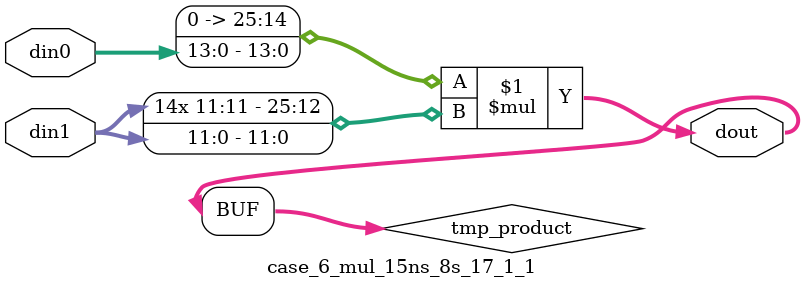
<source format=v>

`timescale 1 ns / 1 ps

 (* use_dsp = "no" *)  module case_6_mul_15ns_8s_17_1_1(din0, din1, dout);
parameter ID = 1;
parameter NUM_STAGE = 0;
parameter din0_WIDTH = 14;
parameter din1_WIDTH = 12;
parameter dout_WIDTH = 26;

input [din0_WIDTH - 1 : 0] din0; 
input [din1_WIDTH - 1 : 0] din1; 
output [dout_WIDTH - 1 : 0] dout;

wire signed [dout_WIDTH - 1 : 0] tmp_product;

























assign tmp_product = $signed({1'b0, din0}) * $signed(din1);










assign dout = tmp_product;





















endmodule

</source>
